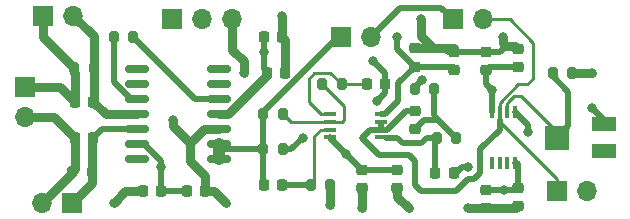
<source format=gbr>
%TF.GenerationSoftware,KiCad,Pcbnew,(6.0.2)*%
%TF.CreationDate,2022-05-27T23:56:07+02:00*%
%TF.ProjectId,EEC_v0,4545435f-7630-42e6-9b69-6361645f7063,rev?*%
%TF.SameCoordinates,Original*%
%TF.FileFunction,Copper,L1,Top*%
%TF.FilePolarity,Positive*%
%FSLAX46Y46*%
G04 Gerber Fmt 4.6, Leading zero omitted, Abs format (unit mm)*
G04 Created by KiCad (PCBNEW (6.0.2)) date 2022-05-27 23:56:07*
%MOMM*%
%LPD*%
G01*
G04 APERTURE LIST*
G04 Aperture macros list*
%AMRoundRect*
0 Rectangle with rounded corners*
0 $1 Rounding radius*
0 $2 $3 $4 $5 $6 $7 $8 $9 X,Y pos of 4 corners*
0 Add a 4 corners polygon primitive as box body*
4,1,4,$2,$3,$4,$5,$6,$7,$8,$9,$2,$3,0*
0 Add four circle primitives for the rounded corners*
1,1,$1+$1,$2,$3*
1,1,$1+$1,$4,$5*
1,1,$1+$1,$6,$7*
1,1,$1+$1,$8,$9*
0 Add four rect primitives between the rounded corners*
20,1,$1+$1,$2,$3,$4,$5,0*
20,1,$1+$1,$4,$5,$6,$7,0*
20,1,$1+$1,$6,$7,$8,$9,0*
20,1,$1+$1,$8,$9,$2,$3,0*%
G04 Aperture macros list end*
%TA.AperFunction,SMDPad,CuDef*%
%ADD10RoundRect,0.225000X-0.225000X-0.250000X0.225000X-0.250000X0.225000X0.250000X-0.225000X0.250000X0*%
%TD*%
%TA.AperFunction,SMDPad,CuDef*%
%ADD11RoundRect,0.225000X-0.250000X0.225000X-0.250000X-0.225000X0.250000X-0.225000X0.250000X0.225000X0*%
%TD*%
%TA.AperFunction,SMDPad,CuDef*%
%ADD12RoundRect,0.225000X0.250000X-0.225000X0.250000X0.225000X-0.250000X0.225000X-0.250000X-0.225000X0*%
%TD*%
%TA.AperFunction,SMDPad,CuDef*%
%ADD13RoundRect,0.200000X0.200000X0.275000X-0.200000X0.275000X-0.200000X-0.275000X0.200000X-0.275000X0*%
%TD*%
%TA.AperFunction,SMDPad,CuDef*%
%ADD14RoundRect,0.200000X-0.200000X-0.275000X0.200000X-0.275000X0.200000X0.275000X-0.200000X0.275000X0*%
%TD*%
%TA.AperFunction,ComponentPad*%
%ADD15R,1.700000X1.700000*%
%TD*%
%TA.AperFunction,ComponentPad*%
%ADD16O,1.700000X1.700000*%
%TD*%
%TA.AperFunction,SMDPad,CuDef*%
%ADD17RoundRect,0.150000X-0.837500X-0.150000X0.837500X-0.150000X0.837500X0.150000X-0.837500X0.150000X0*%
%TD*%
%TA.AperFunction,SMDPad,CuDef*%
%ADD18R,2.000000X1.300000*%
%TD*%
%TA.AperFunction,SMDPad,CuDef*%
%ADD19R,2.000000X2.000000*%
%TD*%
%TA.AperFunction,SMDPad,CuDef*%
%ADD20RoundRect,0.225000X0.225000X0.250000X-0.225000X0.250000X-0.225000X-0.250000X0.225000X-0.250000X0*%
%TD*%
%TA.AperFunction,SMDPad,CuDef*%
%ADD21R,1.100000X0.400000*%
%TD*%
%TA.AperFunction,SMDPad,CuDef*%
%ADD22RoundRect,0.218750X-0.218750X-0.256250X0.218750X-0.256250X0.218750X0.256250X-0.218750X0.256250X0*%
%TD*%
%TA.AperFunction,SMDPad,CuDef*%
%ADD23R,0.400000X1.100000*%
%TD*%
%TA.AperFunction,ViaPad*%
%ADD24C,0.800000*%
%TD*%
%TA.AperFunction,Conductor*%
%ADD25C,0.250000*%
%TD*%
%TA.AperFunction,Conductor*%
%ADD26C,0.500000*%
%TD*%
%TA.AperFunction,Conductor*%
%ADD27C,1.000000*%
%TD*%
%TA.AperFunction,Conductor*%
%ADD28C,0.750000*%
%TD*%
G04 APERTURE END LIST*
D10*
%TO.P,C14,1*%
%TO.N,-VDC*%
X95725000Y-119000000D03*
%TO.P,C14,2*%
%TO.N,Earth*%
X97275000Y-119000000D03*
%TD*%
D11*
%TO.P,C12,1*%
%TO.N,+VDC*%
X121000000Y-118950000D03*
%TO.P,C12,2*%
%TO.N,Earth*%
X121000000Y-120500000D03*
%TD*%
D10*
%TO.P,C4,1*%
%TO.N,Net-(C4-Pad1)*%
X116725000Y-117500000D03*
%TO.P,C4,2*%
%TO.N,Earth*%
X118275000Y-117500000D03*
%TD*%
D12*
%TO.P,C6,1*%
%TO.N,+VDC*%
X118275000Y-108775000D03*
%TO.P,C6,2*%
%TO.N,Earth*%
X118275000Y-107225000D03*
%TD*%
D13*
%TO.P,R9,1*%
%TO.N,Net-(C3-Pad1)*%
X118500000Y-114500000D03*
%TO.P,R9,2*%
%TO.N,Net-(C4-Pad1)*%
X116850000Y-114500000D03*
%TD*%
D14*
%TO.P,R8,1*%
%TO.N,Net-(C2-Pad2)*%
X114975000Y-110400000D03*
%TO.P,R8,2*%
%TO.N,Net-(C3-Pad1)*%
X116625000Y-110400000D03*
%TD*%
%TO.P,R1,1*%
%TO.N,Net-(J1-Pad2)*%
X86000000Y-117400000D03*
%TO.P,R1,2*%
%TO.N,Net-(J4-Pad1)*%
X87650000Y-117400000D03*
%TD*%
D15*
%TO.P,J3,1,Pin_1*%
%TO.N,Net-(J1-Pad1)*%
X83525000Y-104200000D03*
D16*
%TO.P,J3,2,Pin_2*%
%TO.N,Net-(J3-Pad2)*%
X86065000Y-104200000D03*
%TD*%
D10*
%TO.P,C10,1*%
%TO.N,+VDC*%
X102500000Y-109000000D03*
%TO.P,C10,2*%
%TO.N,Earth*%
X104050000Y-109000000D03*
%TD*%
D17*
%TO.P,U2,1,VO1*%
%TO.N,unconnected-(U2-Pad1)*%
X91500000Y-108730000D03*
%TO.P,U2,2*%
%TO.N,N/C*%
X91500000Y-110000000D03*
%TO.P,U2,3,GS1*%
%TO.N,Net-(R3-Pad2)*%
X91500000Y-111270000D03*
%TO.P,U2,4,VIN-*%
%TO.N,Net-(J3-Pad2)*%
X91500000Y-112540000D03*
%TO.P,U2,5,VIN+*%
%TO.N,Net-(J4-Pad1)*%
X91500000Y-113810000D03*
%TO.P,U2,6,V-*%
%TO.N,-VDC*%
X91500000Y-115080000D03*
%TO.P,U2,7*%
%TO.N,N/C*%
X91500000Y-116350000D03*
%TO.P,U2,8,SENSE*%
%TO.N,/Sense*%
X98425000Y-116350000D03*
%TO.P,U2,9,VO*%
X98425000Y-115080000D03*
%TO.P,U2,10,REF*%
%TO.N,Earth*%
X98425000Y-113810000D03*
%TO.P,U2,11,V+*%
%TO.N,+VDC*%
X98425000Y-112540000D03*
%TO.P,U2,12,GS2*%
%TO.N,/Ganancia*%
X98425000Y-111270000D03*
%TO.P,U2,13*%
%TO.N,N/C*%
X98425000Y-110000000D03*
%TO.P,U2,14,VO2*%
%TO.N,unconnected-(U2-Pad14)*%
X98425000Y-108730000D03*
%TD*%
D12*
%TO.P,C16,1*%
%TO.N,-VDC*%
X121000000Y-108775000D03*
%TO.P,C16,2*%
%TO.N,Earth*%
X121000000Y-107225000D03*
%TD*%
D14*
%TO.P,R6,1*%
%TO.N,/Sense*%
X102175000Y-115500000D03*
%TO.P,R6,2*%
%TO.N,Net-(C2-Pad2)*%
X103825000Y-115500000D03*
%TD*%
%TO.P,R5,1*%
%TO.N,/Sense*%
X102175000Y-112500000D03*
%TO.P,R5,2*%
%TO.N,Net-(R5-Pad2)*%
X103825000Y-112500000D03*
%TD*%
D10*
%TO.P,C13,1*%
%TO.N,+VDC*%
X102225000Y-106000000D03*
%TO.P,C13,2*%
%TO.N,Earth*%
X103775000Y-106000000D03*
%TD*%
D15*
%TO.P,Entrada,1,Pin_1*%
%TO.N,Net-(J1-Pad1)*%
X82000000Y-110225000D03*
D16*
%TO.P,Entrada,2,Pin_2*%
%TO.N,Net-(J1-Pad2)*%
X82000000Y-112765000D03*
%TD*%
D12*
%TO.P,C15,1*%
%TO.N,-VDC*%
X123725000Y-108550000D03*
%TO.P,C15,2*%
%TO.N,Earth*%
X123725000Y-107000000D03*
%TD*%
D15*
%TO.P,J5,1,Pin_1*%
%TO.N,/Sense*%
X108725000Y-106000000D03*
D16*
%TO.P,J5,2,Pin_2*%
%TO.N,Net-(C2-Pad2)*%
X111265000Y-106000000D03*
%TD*%
D10*
%TO.P,C2,1*%
%TO.N,Net-(C2-Pad1)*%
X110950000Y-110000000D03*
%TO.P,C2,2*%
%TO.N,Net-(C2-Pad2)*%
X112500000Y-110000000D03*
%TD*%
D13*
%TO.P,R3,1*%
%TO.N,/Ganancia*%
X91150000Y-106000000D03*
%TO.P,R3,2*%
%TO.N,Net-(R3-Pad2)*%
X89500000Y-106000000D03*
%TD*%
D14*
%TO.P,R7,1*%
%TO.N,Net-(R5-Pad2)*%
X107175000Y-110000000D03*
%TO.P,R7,2*%
%TO.N,Net-(C2-Pad1)*%
X108825000Y-110000000D03*
%TD*%
%TO.P,R2,1*%
%TO.N,Net-(J1-Pad1)*%
X86150000Y-108600000D03*
%TO.P,R2,2*%
%TO.N,Net-(J3-Pad2)*%
X87800000Y-108600000D03*
%TD*%
D15*
%TO.P,+/G/-,1,Pin_1*%
%TO.N,+VDC*%
X94475000Y-104500000D03*
D16*
%TO.P,+/G/-,2,Pin_2*%
%TO.N,Earth*%
X97015000Y-104500000D03*
%TO.P,+/G/-,3,Pin_3*%
%TO.N,-VDC*%
X99555000Y-104500000D03*
%TD*%
D12*
%TO.P,C3,1*%
%TO.N,Net-(C3-Pad1)*%
X115000000Y-113775000D03*
%TO.P,C3,2*%
%TO.N,Net-(C3-Pad2)*%
X115000000Y-112225000D03*
%TD*%
D18*
%TO.P,RV1,1,1*%
%TO.N,Net-(J7-PadR)*%
X131000000Y-113350000D03*
D19*
%TO.P,RV1,2,2*%
%TO.N,Net-(R10-Pad1)*%
X127000000Y-114500000D03*
D18*
%TO.P,RV1,3,3*%
%TO.N,unconnected-(RV1-Pad3)*%
X131000000Y-115650000D03*
%TD*%
D13*
%TO.P,R4,1*%
%TO.N,Earth*%
X107825000Y-118500000D03*
%TO.P,R4,2*%
%TO.N,Net-(C1-Pad1)*%
X106175000Y-118500000D03*
%TD*%
D11*
%TO.P,C9,1*%
%TO.N,+VDC*%
X123775000Y-118735000D03*
%TO.P,C9,2*%
%TO.N,Earth*%
X123775000Y-120285000D03*
%TD*%
D15*
%TO.P,J4,1,Pin_1*%
%TO.N,Net-(J4-Pad1)*%
X86000000Y-120000000D03*
D16*
%TO.P,J4,2,Pin_2*%
%TO.N,Net-(J1-Pad2)*%
X83460000Y-120000000D03*
%TD*%
D15*
%TO.P,J8,1,Pin_1*%
%TO.N,Net-(C3-Pad2)*%
X127000000Y-119000000D03*
D16*
%TO.P,J8,2,Pin_2*%
%TO.N,Net-(J7-PadR)*%
X129540000Y-119000000D03*
%TD*%
D14*
%TO.P,R10,1*%
%TO.N,Net-(R10-Pad1)*%
X126675000Y-109000000D03*
%TO.P,R10,2*%
%TO.N,Earth*%
X128325000Y-109000000D03*
%TD*%
D20*
%TO.P,C1,1*%
%TO.N,Net-(C1-Pad1)*%
X103775000Y-118500000D03*
%TO.P,C1,2*%
%TO.N,/Sense*%
X102225000Y-118500000D03*
%TD*%
D21*
%TO.P,U1,1*%
%TO.N,Net-(C2-Pad1)*%
X107850000Y-112525000D03*
%TO.P,U1,2,-*%
%TO.N,Net-(R5-Pad2)*%
X107850000Y-113175000D03*
%TO.P,U1,3,+*%
%TO.N,Net-(C1-Pad1)*%
X107850000Y-113825000D03*
%TO.P,U1,4,V-*%
%TO.N,-VDC*%
X107850000Y-114475000D03*
%TO.P,U1,5,+*%
%TO.N,Net-(C4-Pad1)*%
X112150000Y-114475000D03*
%TO.P,U1,6,-*%
%TO.N,Net-(C3-Pad2)*%
X112150000Y-113825000D03*
%TO.P,U1,7*%
X112150000Y-113175000D03*
%TO.P,U1,8,V+*%
%TO.N,+VDC*%
X112150000Y-112525000D03*
%TD*%
D22*
%TO.P,L2,1*%
%TO.N,Net-(J1-Pad1)*%
X86212500Y-111500000D03*
%TO.P,L2,2*%
%TO.N,Net-(J3-Pad2)*%
X87787500Y-111500000D03*
%TD*%
D20*
%TO.P,C11,1*%
%TO.N,-VDC*%
X93500000Y-119000000D03*
%TO.P,C11,2*%
%TO.N,Earth*%
X91950000Y-119000000D03*
%TD*%
D15*
%TO.P,J6,1,Pin_1*%
%TO.N,Net-(C2-Pad2)*%
X118225000Y-104500000D03*
D16*
%TO.P,J6,2,Pin_2*%
%TO.N,Net-(C3-Pad2)*%
X120765000Y-104500000D03*
%TD*%
D11*
%TO.P,C7,1*%
%TO.N,-VDC*%
X110500000Y-117225000D03*
%TO.P,C7,2*%
%TO.N,Earth*%
X110500000Y-118775000D03*
%TD*%
D12*
%TO.P,C5,1*%
%TO.N,+VDC*%
X115000000Y-108500000D03*
%TO.P,C5,2*%
%TO.N,Earth*%
X115000000Y-106950000D03*
%TD*%
D23*
%TO.P,U3,1*%
%TO.N,Net-(J7-PadR)*%
X123475000Y-112350000D03*
%TO.P,U3,2,-*%
%TO.N,Net-(R10-Pad1)*%
X122825000Y-112350000D03*
%TO.P,U3,3,+*%
%TO.N,Net-(C3-Pad2)*%
X122175000Y-112350000D03*
%TO.P,U3,4,V-*%
%TO.N,-VDC*%
X121525000Y-112350000D03*
%TO.P,U3,5,+*%
%TO.N,unconnected-(U3-Pad5)*%
X121525000Y-116650000D03*
%TO.P,U3,6,-*%
%TO.N,unconnected-(U3-Pad6)*%
X122175000Y-116650000D03*
%TO.P,U3,7*%
%TO.N,unconnected-(U3-Pad7)*%
X122825000Y-116650000D03*
%TO.P,U3,8,V+*%
%TO.N,+VDC*%
X123475000Y-116650000D03*
%TD*%
D11*
%TO.P,C8,1*%
%TO.N,-VDC*%
X113500000Y-117225000D03*
%TO.P,C8,2*%
%TO.N,Earth*%
X113500000Y-118775000D03*
%TD*%
D22*
%TO.P,L1,1*%
%TO.N,Net-(J1-Pad2)*%
X86212500Y-114500000D03*
%TO.P,L1,2*%
%TO.N,Net-(J4-Pad1)*%
X87787500Y-114500000D03*
%TD*%
D24*
%TO.N,Net-(C2-Pad2)*%
X115600000Y-109600000D03*
X111500000Y-108000000D03*
X105500000Y-114500000D03*
X111800000Y-111400000D03*
%TO.N,Earth*%
X110500000Y-120500000D03*
X99000000Y-120000000D03*
X114500000Y-120500000D03*
X115500000Y-104500000D03*
X119500000Y-120500000D03*
X107825000Y-120175000D03*
X122500000Y-106000000D03*
X103775000Y-104225000D03*
X94500000Y-113000000D03*
X89500000Y-120000000D03*
X119500000Y-117000000D03*
X130000000Y-109000000D03*
%TO.N,+VDC*%
X122550000Y-118950000D03*
X102225000Y-107275000D03*
X113500000Y-106000000D03*
%TO.N,-VDC*%
X93500000Y-117000000D03*
X109137500Y-115862500D03*
X100500000Y-109000000D03*
X121500000Y-110500000D03*
%TO.N,Net-(J7-PadR)*%
X124600000Y-114000000D03*
X130000000Y-112000000D03*
%TD*%
D25*
%TO.N,Net-(C1-Pad1)*%
X107050000Y-113825000D02*
X106500000Y-114375000D01*
X107850000Y-113825000D02*
X107050000Y-113825000D01*
D26*
X103775000Y-118500000D02*
X106175000Y-118500000D01*
D25*
X106500000Y-114375000D02*
X106500000Y-118175000D01*
D26*
%TO.N,/Sense*%
X108500000Y-106000000D02*
X102175000Y-112325000D01*
D27*
X98425000Y-116350000D02*
X98425000Y-115080000D01*
D26*
X102175000Y-115500000D02*
X102175000Y-118450000D01*
X102175000Y-115500000D02*
X98845000Y-115500000D01*
X108725000Y-106000000D02*
X108500000Y-106000000D01*
X98845000Y-115500000D02*
X98425000Y-115080000D01*
X102175000Y-112500000D02*
X102175000Y-115500000D01*
X102175000Y-112325000D02*
X102175000Y-112500000D01*
X102175000Y-118450000D02*
X102225000Y-118500000D01*
D25*
%TO.N,Net-(C2-Pad1)*%
X106000000Y-109500000D02*
X106000000Y-111500000D01*
X106500000Y-109000000D02*
X106000000Y-109500000D01*
X108825000Y-110000000D02*
X110950000Y-110000000D01*
X107825000Y-109000000D02*
X106500000Y-109000000D01*
X107025000Y-112525000D02*
X107850000Y-112525000D01*
X108825000Y-110000000D02*
X107825000Y-109000000D01*
X106000000Y-111500000D02*
X107025000Y-112525000D01*
D26*
%TO.N,Net-(C2-Pad2)*%
X111265000Y-106000000D02*
X113765000Y-103500000D01*
X104500000Y-115500000D02*
X105500000Y-114500000D01*
X113765000Y-103500000D02*
X117225000Y-103500000D01*
X112500000Y-110000000D02*
X112500000Y-110700000D01*
X114975000Y-110400000D02*
X114975000Y-110225000D01*
X103825000Y-115500000D02*
X104500000Y-115500000D01*
X114975000Y-110225000D02*
X115600000Y-109600000D01*
X117225000Y-103500000D02*
X118225000Y-104500000D01*
X112500000Y-109000000D02*
X111500000Y-108000000D01*
X112500000Y-110700000D02*
X111800000Y-111400000D01*
X112500000Y-110000000D02*
X112500000Y-109000000D01*
%TO.N,Net-(C3-Pad1)*%
X117000000Y-113000000D02*
X118500000Y-114500000D01*
X115000000Y-113775000D02*
X115775000Y-113000000D01*
X116625000Y-112625000D02*
X116625000Y-110400000D01*
X115775000Y-113000000D02*
X117000000Y-113000000D01*
X117000000Y-113000000D02*
X116625000Y-112625000D01*
%TO.N,Net-(C3-Pad2)*%
X120500000Y-115500000D02*
X122175489Y-113824511D01*
D25*
X123725000Y-110000000D02*
X124500000Y-110000000D01*
D26*
X115000000Y-116500000D02*
X115000000Y-118500000D01*
X112150000Y-113825000D02*
X112150000Y-113224519D01*
D25*
X122175000Y-111550000D02*
X123725000Y-110000000D01*
D26*
X114275000Y-112225000D02*
X115000000Y-112225000D01*
X112675000Y-113825000D02*
X114275000Y-112225000D01*
X120500000Y-117500000D02*
X120500000Y-115500000D01*
D25*
X123040000Y-104500000D02*
X120765000Y-104500000D01*
D26*
X118500000Y-119000000D02*
X119500000Y-118000000D01*
X119500000Y-118000000D02*
X120000000Y-118000000D01*
X115500000Y-119000000D02*
X118500000Y-119000000D01*
X122175489Y-113675489D02*
X122175489Y-113000000D01*
X112000000Y-116000000D02*
X114500000Y-116000000D01*
D25*
X125000000Y-106460000D02*
X123040000Y-104500000D01*
X124500000Y-110000000D02*
X125000000Y-109500000D01*
D26*
X115000000Y-118500000D02*
X115500000Y-119000000D01*
X114500000Y-116000000D02*
X115000000Y-116500000D01*
X122175489Y-113824511D02*
X122175489Y-113675489D01*
X120000000Y-118000000D02*
X120500000Y-117500000D01*
X112150000Y-113825000D02*
X111175000Y-113825000D01*
D25*
X122175000Y-113150000D02*
X127000000Y-117975000D01*
X127000000Y-117975000D02*
X127000000Y-119000000D01*
D26*
X111175000Y-113825000D02*
X110500000Y-114500000D01*
X112150000Y-113825000D02*
X112675000Y-113825000D01*
D25*
X122175000Y-112350000D02*
X122175000Y-111550000D01*
X125000000Y-109500000D02*
X125000000Y-106460000D01*
D26*
X110500000Y-114500000D02*
X112000000Y-116000000D01*
D25*
X122175000Y-112350000D02*
X122175000Y-113150000D01*
D26*
%TO.N,Net-(C4-Pad1)*%
X116725000Y-114625000D02*
X116850000Y-114500000D01*
X114000000Y-115000000D02*
X113524520Y-114524520D01*
X113524520Y-114524520D02*
X112524520Y-114524520D01*
X116000000Y-114500000D02*
X115500000Y-115000000D01*
X116850000Y-114500000D02*
X116000000Y-114500000D01*
X116725000Y-117500000D02*
X116725000Y-114625000D01*
X115500000Y-115000000D02*
X114000000Y-115000000D01*
%TO.N,Earth*%
X118500000Y-117500000D02*
X119000000Y-117000000D01*
D28*
X104050000Y-107450000D02*
X104050000Y-106275000D01*
X97275000Y-119000000D02*
X98000000Y-119000000D01*
X90500000Y-119000000D02*
X89500000Y-120000000D01*
X97190000Y-113810000D02*
X96000000Y-115000000D01*
X94500000Y-113500000D02*
X94500000Y-113000000D01*
D26*
X121000000Y-107225000D02*
X122225000Y-107225000D01*
D28*
X104050000Y-109000000D02*
X104050000Y-107450000D01*
X96000000Y-115000000D02*
X96000000Y-116500000D01*
X97275000Y-119000000D02*
X97275000Y-117775000D01*
X98000000Y-119000000D02*
X99000000Y-120000000D01*
X117550000Y-106950000D02*
X118275000Y-106950000D01*
X123450000Y-106725000D02*
X123725000Y-107000000D01*
X113500000Y-118775000D02*
X113500000Y-119500000D01*
X128325000Y-109000000D02*
X130000000Y-109000000D01*
D26*
X119000000Y-117000000D02*
X119500000Y-117000000D01*
D28*
X91950000Y-119000000D02*
X90500000Y-119000000D01*
D26*
X118275000Y-117500000D02*
X118500000Y-117500000D01*
D28*
X122500000Y-106500000D02*
X122500000Y-106000000D01*
X116550000Y-106950000D02*
X115500000Y-105900000D01*
X116550000Y-106950000D02*
X117550000Y-106950000D01*
X121000000Y-120500000D02*
X123560000Y-120500000D01*
X115000000Y-106950000D02*
X116550000Y-106950000D01*
X96000000Y-116500000D02*
X97275000Y-117775000D01*
X107825000Y-118500000D02*
X107825000Y-120175000D01*
X115500000Y-105900000D02*
X115500000Y-104500000D01*
X122725000Y-106725000D02*
X123450000Y-106725000D01*
X104050000Y-106275000D02*
X103775000Y-106000000D01*
D26*
X122225000Y-107225000D02*
X122725000Y-106725000D01*
D28*
X103775000Y-106000000D02*
X103775000Y-104225000D01*
X113500000Y-119500000D02*
X114500000Y-120500000D01*
X122725000Y-106725000D02*
X122500000Y-106500000D01*
X110500000Y-118775000D02*
X110500000Y-120500000D01*
X121000000Y-120500000D02*
X119500000Y-120500000D01*
X123560000Y-120500000D02*
X123775000Y-120285000D01*
D26*
X117825000Y-107225000D02*
X117550000Y-106950000D01*
X121000000Y-107225000D02*
X117825000Y-107225000D01*
D28*
X98425000Y-113810000D02*
X97190000Y-113810000D01*
X96000000Y-115000000D02*
X94500000Y-113500000D01*
%TO.N,Net-(J1-Pad1)*%
X84937500Y-110225000D02*
X86212500Y-111500000D01*
X86150000Y-108600000D02*
X83525000Y-105975000D01*
X86212500Y-111500000D02*
X86212500Y-109062500D01*
X86212500Y-109062500D02*
X86150000Y-109000000D01*
X83525000Y-105975000D02*
X83525000Y-104200000D01*
X82000000Y-110225000D02*
X84937500Y-110225000D01*
%TO.N,Net-(J1-Pad2)*%
X86212500Y-114500000D02*
X86212500Y-117187500D01*
X86212500Y-117187500D02*
X86000000Y-117400000D01*
X82000000Y-112765000D02*
X84477500Y-112765000D01*
X86000000Y-117460000D02*
X83460000Y-120000000D01*
X84477500Y-112765000D02*
X86212500Y-114500000D01*
D26*
%TO.N,+VDC*%
X123775000Y-116775000D02*
X123650000Y-116650000D01*
X123560000Y-118950000D02*
X123775000Y-118735000D01*
X115000000Y-108500000D02*
X113500000Y-107000000D01*
X102225000Y-107275000D02*
X102225000Y-108725000D01*
X102225000Y-106000000D02*
X102225000Y-107275000D01*
D28*
X98425000Y-112540000D02*
X99167126Y-112540000D01*
D26*
X112475000Y-112525000D02*
X112150000Y-112525000D01*
D28*
X102500000Y-109207126D02*
X102500000Y-109000000D01*
D26*
X122550000Y-118950000D02*
X123560000Y-118950000D01*
X115000000Y-108500000D02*
X113600000Y-109900000D01*
X121000000Y-118950000D02*
X122550000Y-118950000D01*
X115000000Y-108500000D02*
X118275000Y-108500000D01*
X113600000Y-109900000D02*
X113600000Y-111400000D01*
D28*
X99167126Y-112540000D02*
X102500000Y-109207126D01*
D26*
X113500000Y-107000000D02*
X113500000Y-106000000D01*
X123775000Y-118735000D02*
X123775000Y-116775000D01*
X123650000Y-116650000D02*
X123475000Y-116650000D01*
X113600000Y-111400000D02*
X112475000Y-112525000D01*
X102225000Y-108725000D02*
X102500000Y-109000000D01*
%TO.N,-VDC*%
X91500000Y-115080000D02*
X92065349Y-115080000D01*
X93500000Y-117000000D02*
X93500000Y-119000000D01*
X93500000Y-119000000D02*
X95725000Y-119000000D01*
X110500000Y-117225000D02*
X113500000Y-117225000D01*
X107850000Y-114575000D02*
X109137500Y-115862500D01*
X92065349Y-115080000D02*
X93500000Y-116514651D01*
X121525000Y-110525000D02*
X121500000Y-110500000D01*
D28*
X99555000Y-104500000D02*
X99555000Y-107055000D01*
X99555000Y-107055000D02*
X100500000Y-108000000D01*
D26*
X121525000Y-112350000D02*
X121525000Y-110525000D01*
X107850000Y-114475000D02*
X107850000Y-114575000D01*
X123725000Y-108550000D02*
X121275000Y-108550000D01*
X93500000Y-116514651D02*
X93500000Y-117000000D01*
X121000000Y-108775000D02*
X121000000Y-110000000D01*
X121500000Y-110500000D02*
X121000000Y-110000000D01*
D28*
X100500000Y-108000000D02*
X100500000Y-109000000D01*
D26*
X109137500Y-115862500D02*
X110500000Y-117225000D01*
D28*
%TO.N,Net-(J3-Pad2)*%
X86065000Y-104200000D02*
X87800000Y-105935000D01*
X87800000Y-107200000D02*
X87800000Y-108600000D01*
X87800000Y-107200000D02*
X87800000Y-111487500D01*
X87787500Y-111500000D02*
X88827500Y-112540000D01*
X87800000Y-105935000D02*
X87800000Y-107200000D01*
X88827500Y-112540000D02*
X91500000Y-112540000D01*
X87800000Y-111487500D02*
X87787500Y-111500000D01*
%TO.N,Net-(J4-Pad1)*%
X86000000Y-120000000D02*
X87650000Y-118350000D01*
X87650000Y-116050000D02*
X87650000Y-114637500D01*
X87650000Y-114637500D02*
X87787500Y-114500000D01*
D26*
X88477500Y-113810000D02*
X87787500Y-114500000D01*
X91500000Y-113810000D02*
X88477500Y-113810000D01*
D28*
X87650000Y-118350000D02*
X87650000Y-116050000D01*
D26*
%TO.N,Net-(J7-PadR)*%
X124600000Y-113475000D02*
X123475000Y-112350000D01*
X124600000Y-114000000D02*
X124600000Y-113475000D01*
X131000000Y-113000000D02*
X130000000Y-112000000D01*
X131000000Y-113350000D02*
X131000000Y-113000000D01*
%TO.N,/Ganancia*%
X91150000Y-106000000D02*
X96420000Y-111270000D01*
X96420000Y-111270000D02*
X98425000Y-111270000D01*
%TO.N,Net-(R3-Pad2)*%
X90934651Y-111270000D02*
X89500000Y-109835349D01*
X91500000Y-111270000D02*
X90934651Y-111270000D01*
X89500000Y-109835349D02*
X89500000Y-106000000D01*
D25*
%TO.N,Net-(R5-Pad2)*%
X104500000Y-113175000D02*
X107850000Y-113175000D01*
X109000000Y-113000000D02*
X109000000Y-111825000D01*
X107850000Y-113175000D02*
X108825000Y-113175000D01*
X109000000Y-111825000D02*
X107175000Y-110000000D01*
X108825000Y-113175000D02*
X109000000Y-113000000D01*
X103825000Y-112500000D02*
X104500000Y-113175000D01*
%TO.N,Net-(R10-Pad1)*%
X122825000Y-111550000D02*
X122850000Y-111550000D01*
X127000000Y-114000000D02*
X127000000Y-114500000D01*
X122850000Y-111510718D02*
X123360718Y-111000000D01*
D26*
X128000000Y-110600000D02*
X128000000Y-113500000D01*
X126675000Y-109275000D02*
X128000000Y-110600000D01*
X126675000Y-109000000D02*
X126675000Y-109275000D01*
D25*
X122825000Y-112350000D02*
X122825000Y-111550000D01*
X123360718Y-111000000D02*
X124000000Y-111000000D01*
D26*
X128000000Y-113500000D02*
X127000000Y-114500000D01*
D25*
X122850000Y-111550000D02*
X122850000Y-111510718D01*
X124000000Y-111000000D02*
X127000000Y-114000000D01*
%TD*%
M02*

</source>
